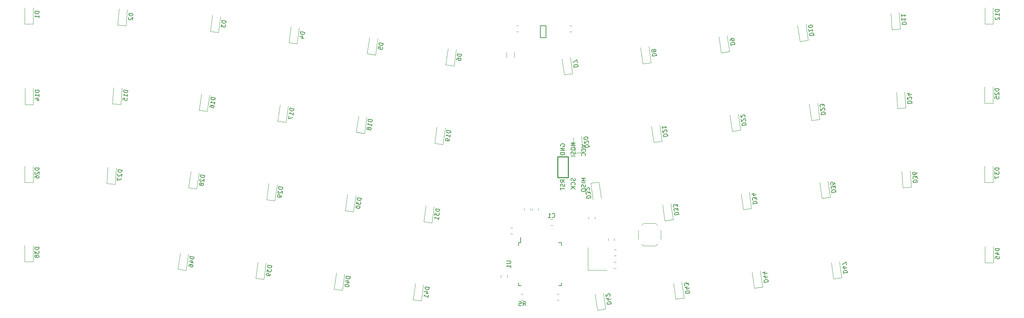
<source format=gbr>
G04 #@! TF.GenerationSoftware,KiCad,Pcbnew,5.1.9-73d0e3b20d~88~ubuntu20.04.1*
G04 #@! TF.CreationDate,2021-04-21T09:56:19-07:00*
G04 #@! TF.ProjectId,test1,74657374-312e-46b6-9963-61645f706362,rev?*
G04 #@! TF.SameCoordinates,Original*
G04 #@! TF.FileFunction,Legend,Bot*
G04 #@! TF.FilePolarity,Positive*
%FSLAX46Y46*%
G04 Gerber Fmt 4.6, Leading zero omitted, Abs format (unit mm)*
G04 Created by KiCad (PCBNEW 5.1.9-73d0e3b20d~88~ubuntu20.04.1) date 2021-04-21 09:56:19*
%MOMM*%
%LPD*%
G01*
G04 APERTURE LIST*
%ADD10C,0.120000*%
%ADD11C,0.150000*%
%ADD12C,0.250000*%
G04 APERTURE END LIST*
D10*
X219953544Y-102409832D02*
X217973007Y-102688178D01*
X217973007Y-102688178D02*
X217430232Y-98826133D01*
X219953544Y-102409832D02*
X219410768Y-98547787D01*
X62399129Y-100665276D02*
X60418592Y-100386930D01*
X60418592Y-100386930D02*
X60961368Y-96524885D01*
X62399129Y-100665276D02*
X62941904Y-96803231D01*
X150480752Y-88444000D02*
X149958248Y-88444000D01*
X150480752Y-89864000D02*
X149958248Y-89864000D01*
X140850252Y-91921000D02*
X140327748Y-91921000D01*
X140850252Y-90451000D02*
X140327748Y-90451000D01*
X151525248Y-106326000D02*
X152047752Y-106326000D01*
X151525248Y-107796000D02*
X152047752Y-107796000D01*
D11*
X142832000Y-94012000D02*
X142832000Y-92737000D01*
X142257000Y-104362000D02*
X142257000Y-103687000D01*
X152607000Y-104362000D02*
X152607000Y-103687000D01*
X152607000Y-94012000D02*
X152607000Y-94687000D01*
X142257000Y-94012000D02*
X142257000Y-94687000D01*
X152607000Y-94012000D02*
X151932000Y-94012000D01*
X152607000Y-104362000D02*
X151932000Y-104362000D01*
X142257000Y-104362000D02*
X142932000Y-104362000D01*
X142257000Y-94012000D02*
X142832000Y-94012000D01*
D10*
X142917936Y-106326000D02*
X143372064Y-106326000D01*
X142917936Y-107796000D02*
X143372064Y-107796000D01*
D11*
X148859000Y-44757000D02*
X147559000Y-44757000D01*
X148859000Y-41857000D02*
X148859000Y-44757000D01*
X147559000Y-41857000D02*
X148859000Y-41857000D01*
X147559000Y-41857000D02*
X147559000Y-44757000D01*
D10*
X163483500Y-100574750D02*
X158983500Y-100574750D01*
X158983500Y-100574750D02*
X158983500Y-95174750D01*
X171079500Y-91035000D02*
X171079500Y-93115000D01*
X175249500Y-94795000D02*
X175739500Y-94305000D01*
X176519500Y-91035000D02*
X176519500Y-93115000D01*
X172349500Y-94795000D02*
X171859500Y-94305000D01*
X172349500Y-94795000D02*
X175249500Y-94795000D01*
X172349500Y-89355000D02*
X171859500Y-89845000D01*
X172349500Y-89355000D02*
X175249500Y-89355000D01*
X175249500Y-89355000D02*
X175739500Y-89845000D01*
X142229064Y-41810000D02*
X141774936Y-41810000D01*
X142229064Y-43280000D02*
X141774936Y-43280000D01*
X154585936Y-43280000D02*
X155040064Y-43280000D01*
X154585936Y-41810000D02*
X155040064Y-41810000D01*
X147039000Y-86221814D02*
X147039000Y-85767686D01*
X145569000Y-86221814D02*
X145569000Y-85767686D01*
X145134000Y-86221814D02*
X145134000Y-85767686D01*
X143664000Y-86221814D02*
X143664000Y-85767686D01*
X160628000Y-88238064D02*
X160628000Y-87783936D01*
X159158000Y-88238064D02*
X159158000Y-87783936D01*
D12*
X151698000Y-78319000D02*
X154198000Y-78319000D01*
X151698000Y-73319000D02*
X151698000Y-78319000D01*
X154198000Y-73319000D02*
X151698000Y-73319000D01*
X154198000Y-78319000D02*
X154198000Y-73319000D01*
D10*
X141245000Y-49497064D02*
X141245000Y-48292936D01*
X139425000Y-49497064D02*
X139425000Y-48292936D01*
X163857000Y-92956748D02*
X163857000Y-93479252D01*
X165327000Y-92956748D02*
X165327000Y-93479252D01*
X139546000Y-102347752D02*
X139546000Y-101825248D01*
X138076000Y-102347752D02*
X138076000Y-101825248D01*
X165198248Y-97159750D02*
X165720752Y-97159750D01*
X165198248Y-95689750D02*
X165720752Y-95689750D01*
X165177748Y-100144250D02*
X165700252Y-100144250D01*
X165177748Y-98674250D02*
X165700252Y-98674250D01*
X256397000Y-98865250D02*
X254397000Y-98865250D01*
X254397000Y-98865250D02*
X254397000Y-94965250D01*
X256397000Y-98865250D02*
X256397000Y-94965250D01*
X200930078Y-104655742D02*
X198949541Y-104934088D01*
X198949541Y-104934088D02*
X198406766Y-101072043D01*
X200930078Y-104655742D02*
X200387302Y-100793697D01*
X182065472Y-107306989D02*
X180084935Y-107585335D01*
X180084935Y-107585335D02*
X179542160Y-103723290D01*
X182065472Y-107306989D02*
X181522696Y-103444944D01*
X163200865Y-109958237D02*
X161220328Y-110236583D01*
X161220328Y-110236583D02*
X160677553Y-106374538D01*
X163200865Y-109958237D02*
X162658089Y-106096192D01*
X118914129Y-107999526D02*
X116933592Y-107721180D01*
X116933592Y-107721180D02*
X117476368Y-103859135D01*
X118914129Y-107999526D02*
X119456904Y-104137481D01*
X99938886Y-105446072D02*
X97958349Y-105167726D01*
X97958349Y-105167726D02*
X98501125Y-101305681D01*
X99938886Y-105446072D02*
X100481661Y-101584027D01*
X81074279Y-102794824D02*
X79093742Y-102516478D01*
X79093742Y-102516478D02*
X79636518Y-98654433D01*
X81074279Y-102794824D02*
X81617054Y-98932779D01*
X25574500Y-98547750D02*
X23574500Y-98547750D01*
X23574500Y-98547750D02*
X23574500Y-94647750D01*
X25574500Y-98547750D02*
X25574500Y-94647750D01*
X256333500Y-79497750D02*
X254333500Y-79497750D01*
X254333500Y-79497750D02*
X254333500Y-75597750D01*
X256333500Y-79497750D02*
X256333500Y-75597750D01*
X236691364Y-80617230D02*
X234696236Y-80756743D01*
X234696236Y-80756743D02*
X234424186Y-76866243D01*
X236691364Y-80617230D02*
X236419314Y-76726730D01*
X217192022Y-83066512D02*
X215211485Y-83344858D01*
X215211485Y-83344858D02*
X214668710Y-79482813D01*
X217192022Y-83066512D02*
X216649246Y-79204467D01*
X198278832Y-85791135D02*
X196298295Y-86069481D01*
X196298295Y-86069481D02*
X195755520Y-82207436D01*
X198278832Y-85791135D02*
X197736056Y-81929090D01*
X179414224Y-88442382D02*
X177433687Y-88720728D01*
X177433687Y-88720728D02*
X176890912Y-84858683D01*
X179414224Y-88442382D02*
X178871448Y-84580337D01*
X159629956Y-79716128D02*
X161610493Y-79437782D01*
X161610493Y-79437782D02*
X162153268Y-83299827D01*
X159629956Y-79716128D02*
X160172732Y-83578173D01*
X121454740Y-89232713D02*
X119474203Y-88954367D01*
X119474203Y-88954367D02*
X120016979Y-85092322D01*
X121454740Y-89232713D02*
X121997515Y-85370668D01*
X102590134Y-86581465D02*
X100609597Y-86303119D01*
X100609597Y-86303119D02*
X101152373Y-82441074D01*
X102590134Y-86581465D02*
X103132909Y-82719420D01*
X83725527Y-83930218D02*
X81744990Y-83651872D01*
X81744990Y-83651872D02*
X82287766Y-79789827D01*
X83725527Y-83930218D02*
X84268302Y-80068173D01*
X64939129Y-81075526D02*
X62958592Y-80797180D01*
X62958592Y-80797180D02*
X63501368Y-76935135D01*
X64939129Y-81075526D02*
X65481904Y-77213481D01*
X45302514Y-79906257D02*
X43307386Y-79766744D01*
X43307386Y-79766744D02*
X43579436Y-75876244D01*
X45302514Y-79906257D02*
X45574564Y-76015757D01*
X25574500Y-79497750D02*
X23574500Y-79497750D01*
X23574500Y-79497750D02*
X23574500Y-75597750D01*
X25574500Y-79497750D02*
X25574500Y-75597750D01*
X256333500Y-60447750D02*
X254333500Y-60447750D01*
X254333500Y-60447750D02*
X254333500Y-56547750D01*
X256333500Y-60447750D02*
X256333500Y-56547750D01*
X235362503Y-61613635D02*
X233367375Y-61753148D01*
X233367375Y-61753148D02*
X233095325Y-57862648D01*
X235362503Y-61613635D02*
X235090453Y-57723135D01*
X214667773Y-64328905D02*
X212687236Y-64607251D01*
X212687236Y-64607251D02*
X212144461Y-60745206D01*
X214667773Y-64328905D02*
X214124997Y-60466860D01*
X195627584Y-66926528D02*
X193647047Y-67204874D01*
X193647047Y-67204874D02*
X193104272Y-63342829D01*
X195627584Y-66926528D02*
X195084808Y-63064483D01*
X176762978Y-69577776D02*
X174782441Y-69856122D01*
X174782441Y-69856122D02*
X174239666Y-65994077D01*
X176762978Y-69577776D02*
X176220202Y-65715731D01*
X157898370Y-72229023D02*
X155917833Y-72507369D01*
X155917833Y-72507369D02*
X155375058Y-68645324D01*
X157898370Y-72229023D02*
X157355594Y-68366978D01*
X124105988Y-70368106D02*
X122125451Y-70089760D01*
X122125451Y-70089760D02*
X122668227Y-66227715D01*
X124105988Y-70368106D02*
X124648763Y-66506061D01*
X105241381Y-67716858D02*
X103260844Y-67438512D01*
X103260844Y-67438512D02*
X103803620Y-63576467D01*
X105241381Y-67716858D02*
X105784156Y-63854813D01*
X86376774Y-65065611D02*
X84396237Y-64787265D01*
X84396237Y-64787265D02*
X84939013Y-60925220D01*
X86376774Y-65065611D02*
X86919549Y-61203566D01*
X67479129Y-62406526D02*
X65498592Y-62128180D01*
X65498592Y-62128180D02*
X66041368Y-58266135D01*
X67479129Y-62406526D02*
X68021904Y-58544481D01*
X46675710Y-60739295D02*
X44680582Y-60599782D01*
X44680582Y-60599782D02*
X44952632Y-56709282D01*
X46675710Y-60739295D02*
X46947760Y-56848795D01*
X25638000Y-60797000D02*
X23638000Y-60797000D01*
X23638000Y-60797000D02*
X23638000Y-56897000D01*
X25638000Y-60797000D02*
X25638000Y-56897000D01*
X256365250Y-41396750D02*
X254365250Y-41396750D01*
X254365250Y-41396750D02*
X254365250Y-37496750D01*
X256365250Y-41396750D02*
X256365250Y-37496750D01*
X234033642Y-42610040D02*
X232038514Y-42749553D01*
X232038514Y-42749553D02*
X231766464Y-38859053D01*
X234033642Y-42610040D02*
X233761592Y-38719540D01*
X211889526Y-45337298D02*
X209908989Y-45615644D01*
X209908989Y-45615644D02*
X209366214Y-41753599D01*
X211889526Y-45337298D02*
X211346750Y-41475253D01*
X192976337Y-48061921D02*
X190995800Y-48340267D01*
X190995800Y-48340267D02*
X190453025Y-44478222D01*
X192976337Y-48061921D02*
X192433561Y-44199876D01*
X174124977Y-50717619D02*
X172144440Y-50995965D01*
X172144440Y-50995965D02*
X171601665Y-47133920D01*
X174124977Y-50717619D02*
X173582201Y-46855574D01*
X155260371Y-53368866D02*
X153279834Y-53647212D01*
X153279834Y-53647212D02*
X152737059Y-49785167D01*
X155260371Y-53368866D02*
X154717595Y-49506821D01*
X126757235Y-51503499D02*
X124776698Y-51225153D01*
X124776698Y-51225153D02*
X125319474Y-47363108D01*
X126757235Y-51503499D02*
X127300010Y-47641454D01*
X107892629Y-48852252D02*
X105912092Y-48573906D01*
X105912092Y-48573906D02*
X106454868Y-44711861D01*
X107892629Y-48852252D02*
X108435404Y-44990207D01*
X89028022Y-46201004D02*
X87047485Y-45922658D01*
X87047485Y-45922658D02*
X87590261Y-42060613D01*
X89028022Y-46201004D02*
X89570797Y-42338959D01*
X70146129Y-43483526D02*
X68165592Y-43205180D01*
X68165592Y-43205180D02*
X68708368Y-39343135D01*
X70146129Y-43483526D02*
X70688904Y-39621481D01*
X47957612Y-41811276D02*
X45962484Y-41671763D01*
X45962484Y-41671763D02*
X46234534Y-37781263D01*
X47957612Y-41811276D02*
X48229662Y-37920776D01*
X25574500Y-41397750D02*
X23574500Y-41397750D01*
X23574500Y-41397750D02*
X23574500Y-37497750D01*
X25574500Y-41397750D02*
X25574500Y-37497750D01*
D11*
X220351689Y-101307983D02*
X221341957Y-101168810D01*
X221308821Y-100933032D01*
X221241783Y-100798192D01*
X221134217Y-100717136D01*
X221033279Y-100683235D01*
X220838029Y-100662588D01*
X220696562Y-100682470D01*
X220514567Y-100756135D01*
X220426883Y-100816545D01*
X220345826Y-100924111D01*
X220318553Y-101072205D01*
X220351689Y-101307983D01*
X220813049Y-99800532D02*
X220152870Y-99893314D01*
X221223430Y-99983292D02*
X220549233Y-100318480D01*
X220463078Y-99705457D01*
X221083493Y-99329741D02*
X220990711Y-98669562D01*
X220060088Y-99233136D01*
X64319510Y-97436836D02*
X63329242Y-97297663D01*
X63296105Y-97533441D01*
X63323379Y-97681536D01*
X63404436Y-97789101D01*
X63492120Y-97849512D01*
X63674115Y-97923176D01*
X63815582Y-97943058D01*
X64010832Y-97922412D01*
X64111770Y-97888511D01*
X64219336Y-97807454D01*
X64286373Y-97672615D01*
X64319510Y-97436836D01*
X63460512Y-98758723D02*
X64120691Y-98851505D01*
X63116404Y-98469927D02*
X63856875Y-98333558D01*
X63770720Y-98946581D01*
X62997877Y-99655444D02*
X63024386Y-99466822D01*
X63084797Y-99379138D01*
X63138580Y-99338610D01*
X63293301Y-99264180D01*
X63488551Y-99243534D01*
X63865796Y-99296552D01*
X63953480Y-99356962D01*
X63994008Y-99410745D01*
X64027909Y-99511684D01*
X64001400Y-99700306D01*
X63940990Y-99787990D01*
X63887207Y-99828519D01*
X63786268Y-99862420D01*
X63550490Y-99829283D01*
X63462806Y-99768873D01*
X63422278Y-99715090D01*
X63388377Y-99614151D01*
X63414886Y-99425529D01*
X63475296Y-99337845D01*
X63529079Y-99297317D01*
X63630018Y-99263416D01*
X150386166Y-87861142D02*
X150433785Y-87908761D01*
X150576642Y-87956380D01*
X150671880Y-87956380D01*
X150814738Y-87908761D01*
X150909976Y-87813523D01*
X150957595Y-87718285D01*
X151005214Y-87527809D01*
X151005214Y-87384952D01*
X150957595Y-87194476D01*
X150909976Y-87099238D01*
X150814738Y-87004000D01*
X150671880Y-86956380D01*
X150576642Y-86956380D01*
X150433785Y-87004000D01*
X150386166Y-87051619D01*
X149433785Y-87956380D02*
X150005214Y-87956380D01*
X149719500Y-87956380D02*
X149719500Y-86956380D01*
X149814738Y-87099238D01*
X149909976Y-87194476D01*
X150005214Y-87242095D01*
X139434380Y-98425095D02*
X140243904Y-98425095D01*
X140339142Y-98472714D01*
X140386761Y-98520333D01*
X140434380Y-98615571D01*
X140434380Y-98806047D01*
X140386761Y-98901285D01*
X140339142Y-98948904D01*
X140243904Y-98996523D01*
X139434380Y-98996523D01*
X140434380Y-99996523D02*
X140434380Y-99425095D01*
X140434380Y-99710809D02*
X139434380Y-99710809D01*
X139577238Y-99615571D01*
X139672476Y-99520333D01*
X139720095Y-99425095D01*
X143311666Y-109163380D02*
X143645000Y-108687190D01*
X143883095Y-109163380D02*
X143883095Y-108163380D01*
X143502142Y-108163380D01*
X143406904Y-108211000D01*
X143359285Y-108258619D01*
X143311666Y-108353857D01*
X143311666Y-108496714D01*
X143359285Y-108591952D01*
X143406904Y-108639571D01*
X143502142Y-108687190D01*
X143883095Y-108687190D01*
X142406904Y-108163380D02*
X142883095Y-108163380D01*
X142930714Y-108639571D01*
X142883095Y-108591952D01*
X142787857Y-108544333D01*
X142549761Y-108544333D01*
X142454523Y-108591952D01*
X142406904Y-108639571D01*
X142359285Y-108734809D01*
X142359285Y-108972904D01*
X142406904Y-109068142D01*
X142454523Y-109115761D01*
X142549761Y-109163380D01*
X142787857Y-109163380D01*
X142883095Y-109115761D01*
X142930714Y-109068142D01*
X158400380Y-78497571D02*
X157400380Y-78497571D01*
X158114666Y-78830904D01*
X157400380Y-79164238D01*
X158400380Y-79164238D01*
X158400380Y-79640428D02*
X157400380Y-79640428D01*
X158352761Y-80069000D02*
X158400380Y-80211857D01*
X158400380Y-80449952D01*
X158352761Y-80545190D01*
X158305142Y-80592809D01*
X158209904Y-80640428D01*
X158114666Y-80640428D01*
X158019428Y-80592809D01*
X157971809Y-80545190D01*
X157924190Y-80449952D01*
X157876571Y-80259476D01*
X157828952Y-80164238D01*
X157781333Y-80116619D01*
X157686095Y-80069000D01*
X157590857Y-80069000D01*
X157495619Y-80116619D01*
X157448000Y-80164238D01*
X157400380Y-80259476D01*
X157400380Y-80497571D01*
X157448000Y-80640428D01*
X157400380Y-81259476D02*
X157400380Y-81449952D01*
X157448000Y-81545190D01*
X157543238Y-81640428D01*
X157733714Y-81688047D01*
X158067047Y-81688047D01*
X158257523Y-81640428D01*
X158352761Y-81545190D01*
X158400380Y-81449952D01*
X158400380Y-81259476D01*
X158352761Y-81164238D01*
X158257523Y-81069000D01*
X158067047Y-81021380D01*
X157733714Y-81021380D01*
X157543238Y-81069000D01*
X157448000Y-81164238D01*
X157400380Y-81259476D01*
X157400380Y-70485666D02*
X158400380Y-70819000D01*
X157400380Y-71152333D01*
X158305142Y-72057095D02*
X158352761Y-72009476D01*
X158400380Y-71866619D01*
X158400380Y-71771380D01*
X158352761Y-71628523D01*
X158257523Y-71533285D01*
X158162285Y-71485666D01*
X157971809Y-71438047D01*
X157828952Y-71438047D01*
X157638476Y-71485666D01*
X157543238Y-71533285D01*
X157448000Y-71628523D01*
X157400380Y-71771380D01*
X157400380Y-71866619D01*
X157448000Y-72009476D01*
X157495619Y-72057095D01*
X158305142Y-73057095D02*
X158352761Y-73009476D01*
X158400380Y-72866619D01*
X158400380Y-72771380D01*
X158352761Y-72628523D01*
X158257523Y-72533285D01*
X158162285Y-72485666D01*
X157971809Y-72438047D01*
X157828952Y-72438047D01*
X157638476Y-72485666D01*
X157543238Y-72533285D01*
X157448000Y-72628523D01*
X157400380Y-72771380D01*
X157400380Y-72866619D01*
X157448000Y-73009476D01*
X157495619Y-73057095D01*
X155852761Y-78533285D02*
X155900380Y-78676142D01*
X155900380Y-78914238D01*
X155852761Y-79009476D01*
X155805142Y-79057095D01*
X155709904Y-79104714D01*
X155614666Y-79104714D01*
X155519428Y-79057095D01*
X155471809Y-79009476D01*
X155424190Y-78914238D01*
X155376571Y-78723761D01*
X155328952Y-78628523D01*
X155281333Y-78580904D01*
X155186095Y-78533285D01*
X155090857Y-78533285D01*
X154995619Y-78580904D01*
X154948000Y-78628523D01*
X154900380Y-78723761D01*
X154900380Y-78961857D01*
X154948000Y-79104714D01*
X155805142Y-80104714D02*
X155852761Y-80057095D01*
X155900380Y-79914238D01*
X155900380Y-79819000D01*
X155852761Y-79676142D01*
X155757523Y-79580904D01*
X155662285Y-79533285D01*
X155471809Y-79485666D01*
X155328952Y-79485666D01*
X155138476Y-79533285D01*
X155043238Y-79580904D01*
X154948000Y-79676142D01*
X154900380Y-79819000D01*
X154900380Y-79914238D01*
X154948000Y-80057095D01*
X154995619Y-80104714D01*
X155900380Y-80533285D02*
X154900380Y-80533285D01*
X155900380Y-81104714D02*
X155328952Y-80676142D01*
X154900380Y-81104714D02*
X155471809Y-80533285D01*
X155900380Y-69997571D02*
X154900380Y-69997571D01*
X155614666Y-70330904D01*
X154900380Y-70664238D01*
X155900380Y-70664238D01*
X154900380Y-71330904D02*
X154900380Y-71521380D01*
X154948000Y-71616619D01*
X155043238Y-71711857D01*
X155233714Y-71759476D01*
X155567047Y-71759476D01*
X155757523Y-71711857D01*
X155852761Y-71616619D01*
X155900380Y-71521380D01*
X155900380Y-71330904D01*
X155852761Y-71235666D01*
X155757523Y-71140428D01*
X155567047Y-71092809D01*
X155233714Y-71092809D01*
X155043238Y-71140428D01*
X154948000Y-71235666D01*
X154900380Y-71330904D01*
X155852761Y-72140428D02*
X155900380Y-72283285D01*
X155900380Y-72521380D01*
X155852761Y-72616619D01*
X155805142Y-72664238D01*
X155709904Y-72711857D01*
X155614666Y-72711857D01*
X155519428Y-72664238D01*
X155471809Y-72616619D01*
X155424190Y-72521380D01*
X155376571Y-72330904D01*
X155328952Y-72235666D01*
X155281333Y-72188047D01*
X155186095Y-72140428D01*
X155090857Y-72140428D01*
X154995619Y-72188047D01*
X154948000Y-72235666D01*
X154900380Y-72330904D01*
X154900380Y-72569000D01*
X154948000Y-72711857D01*
X155900380Y-73140428D02*
X154900380Y-73140428D01*
X153400380Y-79521380D02*
X152924190Y-79188047D01*
X153400380Y-78949952D02*
X152400380Y-78949952D01*
X152400380Y-79330904D01*
X152448000Y-79426142D01*
X152495619Y-79473761D01*
X152590857Y-79521380D01*
X152733714Y-79521380D01*
X152828952Y-79473761D01*
X152876571Y-79426142D01*
X152924190Y-79330904D01*
X152924190Y-78949952D01*
X153352761Y-79902333D02*
X153400380Y-80045190D01*
X153400380Y-80283285D01*
X153352761Y-80378523D01*
X153305142Y-80426142D01*
X153209904Y-80473761D01*
X153114666Y-80473761D01*
X153019428Y-80426142D01*
X152971809Y-80378523D01*
X152924190Y-80283285D01*
X152876571Y-80092809D01*
X152828952Y-79997571D01*
X152781333Y-79949952D01*
X152686095Y-79902333D01*
X152590857Y-79902333D01*
X152495619Y-79949952D01*
X152448000Y-79997571D01*
X152400380Y-80092809D01*
X152400380Y-80330904D01*
X152448000Y-80473761D01*
X152400380Y-80759476D02*
X152400380Y-81330904D01*
X153400380Y-81045190D02*
X152400380Y-81045190D01*
X152448000Y-70807095D02*
X152400380Y-70711857D01*
X152400380Y-70569000D01*
X152448000Y-70426142D01*
X152543238Y-70330904D01*
X152638476Y-70283285D01*
X152828952Y-70235666D01*
X152971809Y-70235666D01*
X153162285Y-70283285D01*
X153257523Y-70330904D01*
X153352761Y-70426142D01*
X153400380Y-70569000D01*
X153400380Y-70664238D01*
X153352761Y-70807095D01*
X153305142Y-70854714D01*
X152971809Y-70854714D01*
X152971809Y-70664238D01*
X153400380Y-71283285D02*
X152400380Y-71283285D01*
X153400380Y-71854714D01*
X152400380Y-71854714D01*
X153400380Y-72330904D02*
X152400380Y-72330904D01*
X152400380Y-72569000D01*
X152448000Y-72711857D01*
X152543238Y-72807095D01*
X152638476Y-72854714D01*
X152828952Y-72902333D01*
X152971809Y-72902333D01*
X153162285Y-72854714D01*
X153257523Y-72807095D01*
X153352761Y-72711857D01*
X153400380Y-72569000D01*
X153400380Y-72330904D01*
X257849380Y-95400964D02*
X256849380Y-95400964D01*
X256849380Y-95639059D01*
X256897000Y-95781916D01*
X256992238Y-95877154D01*
X257087476Y-95924773D01*
X257277952Y-95972392D01*
X257420809Y-95972392D01*
X257611285Y-95924773D01*
X257706523Y-95877154D01*
X257801761Y-95781916D01*
X257849380Y-95639059D01*
X257849380Y-95400964D01*
X257182714Y-96829535D02*
X257849380Y-96829535D01*
X256801761Y-96591440D02*
X257516047Y-96353345D01*
X257516047Y-96972392D01*
X256849380Y-97829535D02*
X256849380Y-97353345D01*
X257325571Y-97305726D01*
X257277952Y-97353345D01*
X257230333Y-97448583D01*
X257230333Y-97686678D01*
X257277952Y-97781916D01*
X257325571Y-97829535D01*
X257420809Y-97877154D01*
X257658904Y-97877154D01*
X257754142Y-97829535D01*
X257801761Y-97781916D01*
X257849380Y-97686678D01*
X257849380Y-97448583D01*
X257801761Y-97353345D01*
X257754142Y-97305726D01*
X201328223Y-103553893D02*
X202318491Y-103414720D01*
X202285355Y-103178942D01*
X202218317Y-103044102D01*
X202110751Y-102963046D01*
X202009813Y-102929145D01*
X201814563Y-102908498D01*
X201673096Y-102928380D01*
X201491101Y-103002045D01*
X201403417Y-103062455D01*
X201322360Y-103170021D01*
X201295087Y-103318115D01*
X201328223Y-103553893D01*
X201789583Y-102046442D02*
X201129404Y-102139224D01*
X202199964Y-102229202D02*
X201525767Y-102564390D01*
X201439612Y-101951367D01*
X201657037Y-101103330D02*
X200996858Y-101196112D01*
X202067419Y-101286090D02*
X201393221Y-101621277D01*
X201307066Y-101008254D01*
X182463617Y-106205140D02*
X183453885Y-106065967D01*
X183420749Y-105830189D01*
X183353711Y-105695349D01*
X183246145Y-105614293D01*
X183145207Y-105580392D01*
X182949957Y-105559745D01*
X182808490Y-105579627D01*
X182626495Y-105653292D01*
X182538811Y-105713702D01*
X182457754Y-105821268D01*
X182430481Y-105969362D01*
X182463617Y-106205140D01*
X182924977Y-104697689D02*
X182264798Y-104790471D01*
X183335358Y-104880449D02*
X182661161Y-105215637D01*
X182575006Y-104602614D01*
X183195421Y-104226898D02*
X183109266Y-103613875D01*
X182778412Y-103996982D01*
X182758530Y-103855515D01*
X182698120Y-103767832D01*
X182644337Y-103727303D01*
X182543398Y-103693402D01*
X182307620Y-103726539D01*
X182219936Y-103786949D01*
X182179408Y-103840732D01*
X182145507Y-103941670D01*
X182185271Y-104224604D01*
X182245681Y-104312288D01*
X182299464Y-104352816D01*
X163599010Y-108856388D02*
X164589278Y-108717215D01*
X164556142Y-108481437D01*
X164489104Y-108346597D01*
X164381538Y-108265541D01*
X164280600Y-108231640D01*
X164085350Y-108210993D01*
X163943883Y-108230875D01*
X163761888Y-108304540D01*
X163674204Y-108364950D01*
X163593147Y-108472516D01*
X163565874Y-108620610D01*
X163599010Y-108856388D01*
X164060370Y-107348937D02*
X163400191Y-107441719D01*
X164470751Y-107531697D02*
X163796554Y-107866885D01*
X163710399Y-107253862D01*
X164229875Y-106844245D02*
X164270404Y-106790462D01*
X164304305Y-106689523D01*
X164271168Y-106453745D01*
X164210758Y-106366061D01*
X164156975Y-106325533D01*
X164056036Y-106291632D01*
X163961725Y-106304886D01*
X163826886Y-106371924D01*
X163340546Y-107017319D01*
X163254391Y-106404296D01*
X120834510Y-104771086D02*
X119844242Y-104631913D01*
X119811105Y-104867691D01*
X119838379Y-105015786D01*
X119919436Y-105123351D01*
X120007120Y-105183762D01*
X120189115Y-105257426D01*
X120330582Y-105277308D01*
X120525832Y-105256662D01*
X120626770Y-105222761D01*
X120734336Y-105141704D01*
X120801373Y-105006865D01*
X120834510Y-104771086D01*
X119975512Y-106092973D02*
X120635691Y-106185755D01*
X119631404Y-105804177D02*
X120371875Y-105667808D01*
X120285720Y-106280831D01*
X120489891Y-107223179D02*
X120569418Y-106657311D01*
X120529654Y-106940245D02*
X119539386Y-106801072D01*
X119694108Y-106726643D01*
X119801674Y-106645586D01*
X119862084Y-106557902D01*
X101859267Y-102217632D02*
X100868999Y-102078459D01*
X100835862Y-102314237D01*
X100863136Y-102462332D01*
X100944193Y-102569897D01*
X101031877Y-102630308D01*
X101213872Y-102703972D01*
X101355339Y-102723854D01*
X101550589Y-102703208D01*
X101651527Y-102669307D01*
X101759093Y-102588250D01*
X101826130Y-102453411D01*
X101859267Y-102217632D01*
X101000269Y-103539519D02*
X101660448Y-103632301D01*
X100656161Y-103250723D02*
X101396632Y-103114354D01*
X101310477Y-103727377D01*
X100570771Y-104200462D02*
X100557516Y-104294774D01*
X100591417Y-104395712D01*
X100631945Y-104449495D01*
X100719629Y-104509905D01*
X100901625Y-104583570D01*
X101137403Y-104616706D01*
X101332653Y-104596060D01*
X101433591Y-104562159D01*
X101487374Y-104521631D01*
X101547784Y-104433947D01*
X101561039Y-104339635D01*
X101527138Y-104238697D01*
X101486609Y-104184914D01*
X101398925Y-104124504D01*
X101216930Y-104050839D01*
X100981152Y-104017703D01*
X100785902Y-104038349D01*
X100684964Y-104072250D01*
X100631181Y-104112778D01*
X100570771Y-104200462D01*
X82994660Y-99566384D02*
X82004392Y-99427211D01*
X81971255Y-99662989D01*
X81998529Y-99811084D01*
X82079586Y-99918649D01*
X82167270Y-99979060D01*
X82349265Y-100052724D01*
X82490732Y-100072606D01*
X82685982Y-100051960D01*
X82786920Y-100018059D01*
X82894486Y-99937002D01*
X82961523Y-99802163D01*
X82994660Y-99566384D01*
X81878473Y-100323168D02*
X81792318Y-100936191D01*
X82215954Y-100659120D01*
X82196073Y-100800587D01*
X82229974Y-100901526D01*
X82270502Y-100955308D01*
X82358186Y-101015719D01*
X82593964Y-101048855D01*
X82694903Y-101014954D01*
X82748685Y-100974426D01*
X82809096Y-100886742D01*
X82848859Y-100603808D01*
X82814958Y-100502870D01*
X82774430Y-100449087D01*
X82716314Y-101546921D02*
X82689804Y-101735543D01*
X82629394Y-101823227D01*
X82575611Y-101863755D01*
X82420890Y-101938185D01*
X82225640Y-101958831D01*
X81848395Y-101905813D01*
X81760711Y-101845403D01*
X81720183Y-101791620D01*
X81686282Y-101690681D01*
X81712791Y-101502059D01*
X81773201Y-101414375D01*
X81826984Y-101373846D01*
X81927923Y-101339945D01*
X82163701Y-101373082D01*
X82251385Y-101433492D01*
X82291913Y-101487275D01*
X82325814Y-101588213D01*
X82299305Y-101776836D01*
X82238895Y-101864520D01*
X82185112Y-101905048D01*
X82084173Y-101938949D01*
X27026880Y-95083464D02*
X26026880Y-95083464D01*
X26026880Y-95321559D01*
X26074500Y-95464416D01*
X26169738Y-95559654D01*
X26264976Y-95607273D01*
X26455452Y-95654892D01*
X26598309Y-95654892D01*
X26788785Y-95607273D01*
X26884023Y-95559654D01*
X26979261Y-95464416D01*
X27026880Y-95321559D01*
X27026880Y-95083464D01*
X26026880Y-95988226D02*
X26026880Y-96607273D01*
X26407833Y-96273940D01*
X26407833Y-96416797D01*
X26455452Y-96512035D01*
X26503071Y-96559654D01*
X26598309Y-96607273D01*
X26836404Y-96607273D01*
X26931642Y-96559654D01*
X26979261Y-96512035D01*
X27026880Y-96416797D01*
X27026880Y-96131083D01*
X26979261Y-96035845D01*
X26931642Y-95988226D01*
X26455452Y-97178702D02*
X26407833Y-97083464D01*
X26360214Y-97035845D01*
X26264976Y-96988226D01*
X26217357Y-96988226D01*
X26122119Y-97035845D01*
X26074500Y-97083464D01*
X26026880Y-97178702D01*
X26026880Y-97369178D01*
X26074500Y-97464416D01*
X26122119Y-97512035D01*
X26217357Y-97559654D01*
X26264976Y-97559654D01*
X26360214Y-97512035D01*
X26407833Y-97464416D01*
X26455452Y-97369178D01*
X26455452Y-97178702D01*
X26503071Y-97083464D01*
X26550690Y-97035845D01*
X26645928Y-96988226D01*
X26836404Y-96988226D01*
X26931642Y-97035845D01*
X26979261Y-97083464D01*
X27026880Y-97178702D01*
X27026880Y-97369178D01*
X26979261Y-97464416D01*
X26931642Y-97512035D01*
X26836404Y-97559654D01*
X26645928Y-97559654D01*
X26550690Y-97512035D01*
X26503071Y-97464416D01*
X26455452Y-97369178D01*
X257785880Y-76033464D02*
X256785880Y-76033464D01*
X256785880Y-76271559D01*
X256833500Y-76414416D01*
X256928738Y-76509654D01*
X257023976Y-76557273D01*
X257214452Y-76604892D01*
X257357309Y-76604892D01*
X257547785Y-76557273D01*
X257643023Y-76509654D01*
X257738261Y-76414416D01*
X257785880Y-76271559D01*
X257785880Y-76033464D01*
X256785880Y-76938226D02*
X256785880Y-77557273D01*
X257166833Y-77223940D01*
X257166833Y-77366797D01*
X257214452Y-77462035D01*
X257262071Y-77509654D01*
X257357309Y-77557273D01*
X257595404Y-77557273D01*
X257690642Y-77509654D01*
X257738261Y-77462035D01*
X257785880Y-77366797D01*
X257785880Y-77081083D01*
X257738261Y-76985845D01*
X257690642Y-76938226D01*
X256785880Y-77890607D02*
X256785880Y-78557273D01*
X257785880Y-78128702D01*
X237165401Y-79545838D02*
X238162965Y-79476081D01*
X238146356Y-79238566D01*
X238088888Y-79099379D01*
X237987238Y-79011016D01*
X237888911Y-78970156D01*
X237695577Y-78935940D01*
X237553067Y-78945906D01*
X237366377Y-79006696D01*
X237274693Y-79060842D01*
X237186330Y-79162492D01*
X237148792Y-79308323D01*
X237165401Y-79545838D01*
X238099852Y-78573523D02*
X238056669Y-77955984D01*
X237699897Y-78315079D01*
X237689932Y-78172570D01*
X237635785Y-78080885D01*
X237584961Y-78036704D01*
X237486633Y-77995845D01*
X237249117Y-78012453D01*
X237157433Y-78066600D01*
X237113252Y-78117425D01*
X237072392Y-78215752D01*
X237092323Y-78500771D01*
X237146469Y-78592455D01*
X237197294Y-78636636D01*
X237996878Y-77100929D02*
X238010165Y-77290941D01*
X237969305Y-77389269D01*
X237925124Y-77440094D01*
X237789258Y-77545065D01*
X237602568Y-77605855D01*
X237222544Y-77632429D01*
X237124216Y-77591569D01*
X237073391Y-77547388D01*
X237019244Y-77455704D01*
X237005957Y-77265691D01*
X237046817Y-77167364D01*
X237090998Y-77116539D01*
X237182683Y-77062392D01*
X237420198Y-77045784D01*
X237518526Y-77086643D01*
X237569351Y-77130824D01*
X237623497Y-77222509D01*
X237636784Y-77412521D01*
X237595924Y-77510849D01*
X237551743Y-77561674D01*
X237460059Y-77615820D01*
X217590167Y-81964663D02*
X218580435Y-81825490D01*
X218547299Y-81589712D01*
X218480261Y-81454872D01*
X218372695Y-81373816D01*
X218271757Y-81339915D01*
X218076507Y-81319268D01*
X217935040Y-81339150D01*
X217753045Y-81412815D01*
X217665361Y-81473225D01*
X217584304Y-81580791D01*
X217557031Y-81728885D01*
X217590167Y-81964663D01*
X218454517Y-80929533D02*
X218368362Y-80316510D01*
X218037508Y-80699618D01*
X218017626Y-80558151D01*
X217957216Y-80470467D01*
X217903433Y-80429939D01*
X217802494Y-80396038D01*
X217566716Y-80429174D01*
X217479032Y-80489584D01*
X217438504Y-80543367D01*
X217404603Y-80644306D01*
X217444367Y-80927239D01*
X217504777Y-81014923D01*
X217558560Y-81055452D01*
X218242443Y-79420553D02*
X218308716Y-79892110D01*
X217843787Y-80005538D01*
X217884316Y-79951755D01*
X217918217Y-79850817D01*
X217885080Y-79615038D01*
X217824670Y-79527355D01*
X217770887Y-79486826D01*
X217669948Y-79452925D01*
X217434170Y-79486062D01*
X217346486Y-79546472D01*
X217305958Y-79600255D01*
X217272057Y-79701193D01*
X217305194Y-79936971D01*
X217365604Y-80024655D01*
X217419387Y-80065184D01*
X198676977Y-84689286D02*
X199667245Y-84550113D01*
X199634109Y-84314335D01*
X199567071Y-84179495D01*
X199459505Y-84098439D01*
X199358567Y-84064538D01*
X199163317Y-84043891D01*
X199021850Y-84063773D01*
X198839855Y-84137438D01*
X198752171Y-84197848D01*
X198671114Y-84305414D01*
X198643841Y-84453508D01*
X198676977Y-84689286D01*
X199541327Y-83654156D02*
X199455172Y-83041133D01*
X199124318Y-83424241D01*
X199104436Y-83282774D01*
X199044026Y-83195090D01*
X198990243Y-83154562D01*
X198889304Y-83120661D01*
X198653526Y-83153797D01*
X198565842Y-83214207D01*
X198525314Y-83267990D01*
X198491413Y-83368929D01*
X198531177Y-83651862D01*
X198591587Y-83739546D01*
X198645370Y-83780075D01*
X199005791Y-82238723D02*
X198345612Y-82331505D01*
X199416173Y-82421483D02*
X198741975Y-82756670D01*
X198655820Y-82143647D01*
X179812369Y-87340533D02*
X180802637Y-87201360D01*
X180769501Y-86965582D01*
X180702463Y-86830742D01*
X180594897Y-86749686D01*
X180493959Y-86715785D01*
X180298709Y-86695138D01*
X180157242Y-86715020D01*
X179975247Y-86788685D01*
X179887563Y-86849095D01*
X179806506Y-86956661D01*
X179779233Y-87104755D01*
X179812369Y-87340533D01*
X180676719Y-86305403D02*
X180590564Y-85692380D01*
X180259710Y-86075488D01*
X180239828Y-85934021D01*
X180179418Y-85846337D01*
X180125635Y-85805809D01*
X180024696Y-85771908D01*
X179788918Y-85805044D01*
X179701234Y-85865454D01*
X179660706Y-85919237D01*
X179626805Y-86020176D01*
X179666569Y-86303109D01*
X179726979Y-86390793D01*
X179780762Y-86431322D01*
X180544173Y-85362291D02*
X180458018Y-84749268D01*
X180127164Y-85132375D01*
X180107282Y-84990908D01*
X180046872Y-84903225D01*
X179993089Y-84862696D01*
X179892150Y-84828795D01*
X179656372Y-84861932D01*
X179568688Y-84922342D01*
X179528160Y-84976125D01*
X179494259Y-85077063D01*
X179534023Y-85359997D01*
X179594433Y-85447681D01*
X179648216Y-85488209D01*
X158673845Y-83348831D02*
X159664113Y-83209658D01*
X159630977Y-82973880D01*
X159563939Y-82839040D01*
X159456373Y-82757984D01*
X159355435Y-82724083D01*
X159160185Y-82703436D01*
X159018718Y-82723318D01*
X158836723Y-82796983D01*
X158749039Y-82857393D01*
X158667982Y-82964959D01*
X158640709Y-83113053D01*
X158673845Y-83348831D01*
X159538195Y-82313701D02*
X159452040Y-81700678D01*
X159121186Y-82083786D01*
X159101304Y-81942319D01*
X159040894Y-81854635D01*
X158987111Y-81814107D01*
X158886172Y-81780206D01*
X158650394Y-81813342D01*
X158562710Y-81873752D01*
X158522182Y-81927535D01*
X158488281Y-82028474D01*
X158528045Y-82311407D01*
X158588455Y-82399091D01*
X158642238Y-82439620D01*
X159304710Y-81336688D02*
X159345239Y-81282905D01*
X159379140Y-81181966D01*
X159346003Y-80946188D01*
X159285593Y-80858504D01*
X159231810Y-80817976D01*
X159130871Y-80784075D01*
X159036560Y-80797329D01*
X158901721Y-80864367D01*
X158415381Y-81509762D01*
X158329226Y-80896739D01*
X123375121Y-86004273D02*
X122384853Y-85865100D01*
X122351716Y-86100878D01*
X122378990Y-86248973D01*
X122460047Y-86356538D01*
X122547731Y-86416949D01*
X122729726Y-86490613D01*
X122871193Y-86510495D01*
X123066443Y-86489849D01*
X123167381Y-86455948D01*
X123274947Y-86374891D01*
X123341984Y-86240052D01*
X123375121Y-86004273D01*
X122258934Y-86761057D02*
X122172779Y-87374080D01*
X122596415Y-87097009D01*
X122576534Y-87238476D01*
X122610435Y-87339415D01*
X122650963Y-87393197D01*
X122738647Y-87453608D01*
X122974425Y-87486744D01*
X123075364Y-87452843D01*
X123129146Y-87412315D01*
X123189557Y-87324631D01*
X123229320Y-87041697D01*
X123195419Y-86940759D01*
X123154891Y-86886976D01*
X123030502Y-88456366D02*
X123110029Y-87890498D01*
X123070265Y-88173432D02*
X122079997Y-88034259D01*
X122234719Y-87959830D01*
X122342285Y-87878773D01*
X122402695Y-87791089D01*
X104510515Y-83353025D02*
X103520247Y-83213852D01*
X103487110Y-83449630D01*
X103514384Y-83597725D01*
X103595441Y-83705290D01*
X103683125Y-83765701D01*
X103865120Y-83839365D01*
X104006587Y-83859247D01*
X104201837Y-83838601D01*
X104302775Y-83804700D01*
X104410341Y-83723643D01*
X104477378Y-83588804D01*
X104510515Y-83353025D01*
X103394328Y-84109809D02*
X103308173Y-84722832D01*
X103731809Y-84445761D01*
X103711928Y-84587228D01*
X103745829Y-84688167D01*
X103786357Y-84741949D01*
X103874041Y-84802360D01*
X104109819Y-84835496D01*
X104210758Y-84801595D01*
X104264540Y-84761067D01*
X104324951Y-84673383D01*
X104364714Y-84390449D01*
X104330813Y-84289511D01*
X104290285Y-84235728D01*
X103222019Y-85335855D02*
X103208764Y-85430167D01*
X103242665Y-85531105D01*
X103283193Y-85584888D01*
X103370877Y-85645298D01*
X103552873Y-85718963D01*
X103788651Y-85752099D01*
X103983901Y-85731453D01*
X104084839Y-85697552D01*
X104138622Y-85657024D01*
X104199032Y-85569340D01*
X104212287Y-85475028D01*
X104178386Y-85374090D01*
X104137857Y-85320307D01*
X104050173Y-85259897D01*
X103868178Y-85186232D01*
X103632400Y-85153096D01*
X103437150Y-85173742D01*
X103336212Y-85207643D01*
X103282429Y-85248171D01*
X103222019Y-85335855D01*
X85645908Y-80701778D02*
X84655640Y-80562605D01*
X84622503Y-80798383D01*
X84649777Y-80946478D01*
X84730834Y-81054043D01*
X84818518Y-81114454D01*
X85000513Y-81188118D01*
X85141980Y-81208000D01*
X85337230Y-81187354D01*
X85438168Y-81153453D01*
X85545734Y-81072396D01*
X85612771Y-80937557D01*
X85645908Y-80701778D01*
X84617405Y-81518972D02*
X84563622Y-81559501D01*
X84503212Y-81647185D01*
X84470076Y-81882963D01*
X84503977Y-81983901D01*
X84544505Y-82037684D01*
X84632189Y-82098094D01*
X84726500Y-82111349D01*
X84874594Y-82084075D01*
X85519989Y-81597735D01*
X85433835Y-82210758D01*
X85367562Y-82682315D02*
X85341052Y-82870937D01*
X85280642Y-82958621D01*
X85226859Y-82999149D01*
X85072138Y-83073579D01*
X84876888Y-83094225D01*
X84499643Y-83041207D01*
X84411959Y-82980797D01*
X84371431Y-82927014D01*
X84337530Y-82826075D01*
X84364039Y-82637453D01*
X84424449Y-82549769D01*
X84478232Y-82509240D01*
X84579171Y-82475339D01*
X84814949Y-82508476D01*
X84902633Y-82568886D01*
X84943161Y-82622669D01*
X84977062Y-82723607D01*
X84950553Y-82912230D01*
X84890143Y-82999914D01*
X84836360Y-83040442D01*
X84735421Y-83074343D01*
X66859510Y-77847086D02*
X65869242Y-77707913D01*
X65836105Y-77943691D01*
X65863379Y-78091786D01*
X65944436Y-78199351D01*
X66032120Y-78259762D01*
X66214115Y-78333426D01*
X66355582Y-78353308D01*
X66550832Y-78332662D01*
X66651770Y-78298761D01*
X66759336Y-78217704D01*
X66826373Y-78082865D01*
X66859510Y-77847086D01*
X65831007Y-78664280D02*
X65777224Y-78704809D01*
X65716814Y-78792493D01*
X65683678Y-79028271D01*
X65717579Y-79129209D01*
X65758107Y-79182992D01*
X65845791Y-79243402D01*
X65940102Y-79256657D01*
X66088196Y-79229383D01*
X66733591Y-78743043D01*
X66647437Y-79356066D01*
X66002042Y-79842406D02*
X65968141Y-79741468D01*
X65927612Y-79687685D01*
X65839928Y-79627275D01*
X65792773Y-79620647D01*
X65691834Y-79654548D01*
X65638051Y-79695077D01*
X65577641Y-79782761D01*
X65551132Y-79971383D01*
X65585033Y-80072322D01*
X65625561Y-80126105D01*
X65713245Y-80186515D01*
X65760401Y-80193142D01*
X65861339Y-80159241D01*
X65915122Y-80118713D01*
X65975532Y-80031029D01*
X66002042Y-79842406D01*
X66062452Y-79754722D01*
X66116235Y-79714194D01*
X66217173Y-79680293D01*
X66405796Y-79706802D01*
X66493480Y-79767212D01*
X66534008Y-79820995D01*
X66567909Y-79921934D01*
X66541400Y-80110556D01*
X66480990Y-80198240D01*
X66427207Y-80238769D01*
X66326268Y-80272670D01*
X66137646Y-80246160D01*
X66049962Y-80185750D01*
X66009433Y-80131967D01*
X65975532Y-80031029D01*
X46993013Y-76551722D02*
X45995449Y-76481966D01*
X45978840Y-76719481D01*
X46016378Y-76865312D01*
X46104740Y-76966961D01*
X46196425Y-77021108D01*
X46383115Y-77081898D01*
X46525624Y-77091863D01*
X46718958Y-77057647D01*
X46817286Y-77016788D01*
X46918936Y-76928425D01*
X46976404Y-76789237D01*
X46993013Y-76551722D01*
X46024020Y-77438670D02*
X45973195Y-77482852D01*
X45919049Y-77574536D01*
X45902440Y-77812051D01*
X45943300Y-77910379D01*
X45987481Y-77961204D01*
X46079165Y-78015350D01*
X46174171Y-78021994D01*
X46320002Y-77984456D01*
X46929900Y-77454280D01*
X46886717Y-78071820D01*
X45865901Y-78334585D02*
X45819397Y-78999627D01*
X46846856Y-78641856D01*
X27026880Y-76033464D02*
X26026880Y-76033464D01*
X26026880Y-76271559D01*
X26074500Y-76414416D01*
X26169738Y-76509654D01*
X26264976Y-76557273D01*
X26455452Y-76604892D01*
X26598309Y-76604892D01*
X26788785Y-76557273D01*
X26884023Y-76509654D01*
X26979261Y-76414416D01*
X27026880Y-76271559D01*
X27026880Y-76033464D01*
X26122119Y-76985845D02*
X26074500Y-77033464D01*
X26026880Y-77128702D01*
X26026880Y-77366797D01*
X26074500Y-77462035D01*
X26122119Y-77509654D01*
X26217357Y-77557273D01*
X26312595Y-77557273D01*
X26455452Y-77509654D01*
X27026880Y-76938226D01*
X27026880Y-77557273D01*
X26026880Y-78414416D02*
X26026880Y-78223940D01*
X26074500Y-78128702D01*
X26122119Y-78081083D01*
X26264976Y-77985845D01*
X26455452Y-77938226D01*
X26836404Y-77938226D01*
X26931642Y-77985845D01*
X26979261Y-78033464D01*
X27026880Y-78128702D01*
X27026880Y-78319178D01*
X26979261Y-78414416D01*
X26931642Y-78462035D01*
X26836404Y-78509654D01*
X26598309Y-78509654D01*
X26503071Y-78462035D01*
X26455452Y-78414416D01*
X26407833Y-78319178D01*
X26407833Y-78128702D01*
X26455452Y-78033464D01*
X26503071Y-77985845D01*
X26598309Y-77938226D01*
X257785880Y-56983464D02*
X256785880Y-56983464D01*
X256785880Y-57221559D01*
X256833500Y-57364416D01*
X256928738Y-57459654D01*
X257023976Y-57507273D01*
X257214452Y-57554892D01*
X257357309Y-57554892D01*
X257547785Y-57507273D01*
X257643023Y-57459654D01*
X257738261Y-57364416D01*
X257785880Y-57221559D01*
X257785880Y-56983464D01*
X256881119Y-57935845D02*
X256833500Y-57983464D01*
X256785880Y-58078702D01*
X256785880Y-58316797D01*
X256833500Y-58412035D01*
X256881119Y-58459654D01*
X256976357Y-58507273D01*
X257071595Y-58507273D01*
X257214452Y-58459654D01*
X257785880Y-57888226D01*
X257785880Y-58507273D01*
X256785880Y-59412035D02*
X256785880Y-58935845D01*
X257262071Y-58888226D01*
X257214452Y-58935845D01*
X257166833Y-59031083D01*
X257166833Y-59269178D01*
X257214452Y-59364416D01*
X257262071Y-59412035D01*
X257357309Y-59459654D01*
X257595404Y-59459654D01*
X257690642Y-59412035D01*
X257738261Y-59364416D01*
X257785880Y-59269178D01*
X257785880Y-59031083D01*
X257738261Y-58935845D01*
X257690642Y-58888226D01*
X235836540Y-60542243D02*
X236834104Y-60472486D01*
X236817495Y-60234971D01*
X236760027Y-60095784D01*
X236658377Y-60007421D01*
X236560050Y-59966561D01*
X236366716Y-59932345D01*
X236224206Y-59942311D01*
X236037516Y-60003101D01*
X235945832Y-60057247D01*
X235857469Y-60158897D01*
X235819931Y-60304728D01*
X235836540Y-60542243D01*
X236672663Y-59529069D02*
X236716844Y-59478244D01*
X236757704Y-59379916D01*
X236741095Y-59142401D01*
X236686949Y-59050717D01*
X236636124Y-59006535D01*
X236537796Y-58965676D01*
X236442790Y-58972319D01*
X236303603Y-59029787D01*
X235773427Y-59639685D01*
X235730244Y-59022145D01*
X236335496Y-58120586D02*
X235670453Y-58167090D01*
X236732129Y-58331527D02*
X236036192Y-58618869D01*
X235993009Y-58001329D01*
X215065918Y-63227056D02*
X216056186Y-63087883D01*
X216023050Y-62852105D01*
X215956012Y-62717265D01*
X215848446Y-62636209D01*
X215747508Y-62602308D01*
X215552258Y-62581661D01*
X215410791Y-62601543D01*
X215228796Y-62675208D01*
X215141112Y-62735618D01*
X215060055Y-62843184D01*
X215032782Y-62991278D01*
X215065918Y-63227056D01*
X215829329Y-62158025D02*
X215869857Y-62104242D01*
X215903758Y-62003304D01*
X215870622Y-61767526D01*
X215810212Y-61679842D01*
X215756429Y-61639313D01*
X215655490Y-61605412D01*
X215561179Y-61618667D01*
X215426339Y-61685704D01*
X214939999Y-62331099D01*
X214853845Y-61718076D01*
X215797722Y-61248814D02*
X215711567Y-60635791D01*
X215380713Y-61018898D01*
X215360831Y-60877431D01*
X215300421Y-60789748D01*
X215246638Y-60749219D01*
X215145699Y-60715318D01*
X214909921Y-60748455D01*
X214822237Y-60808865D01*
X214781709Y-60862648D01*
X214747808Y-60963586D01*
X214787572Y-61246520D01*
X214847982Y-61334204D01*
X214901765Y-61374732D01*
X196025729Y-65824679D02*
X197015997Y-65685506D01*
X196982861Y-65449728D01*
X196915823Y-65314888D01*
X196808257Y-65233832D01*
X196707319Y-65199931D01*
X196512069Y-65179284D01*
X196370602Y-65199166D01*
X196188607Y-65272831D01*
X196100923Y-65333241D01*
X196019866Y-65440807D01*
X195992593Y-65588901D01*
X196025729Y-65824679D01*
X196789140Y-64755648D02*
X196829668Y-64701865D01*
X196863569Y-64600927D01*
X196830433Y-64365149D01*
X196770023Y-64277465D01*
X196716240Y-64236936D01*
X196615301Y-64203035D01*
X196520990Y-64216290D01*
X196386150Y-64283327D01*
X195899810Y-64928722D01*
X195813656Y-64315699D01*
X196656594Y-63812536D02*
X196697123Y-63758753D01*
X196731024Y-63657814D01*
X196697887Y-63422036D01*
X196637477Y-63334352D01*
X196583694Y-63293824D01*
X196482755Y-63259923D01*
X196388444Y-63273177D01*
X196253605Y-63340215D01*
X195767265Y-63985610D01*
X195681110Y-63372587D01*
X177161123Y-68475927D02*
X178151391Y-68336754D01*
X178118255Y-68100976D01*
X178051217Y-67966136D01*
X177943651Y-67885080D01*
X177842713Y-67851179D01*
X177647463Y-67830532D01*
X177505996Y-67850414D01*
X177324001Y-67924079D01*
X177236317Y-67984489D01*
X177155260Y-68092055D01*
X177127987Y-68240149D01*
X177161123Y-68475927D01*
X177924534Y-67406896D02*
X177965062Y-67353113D01*
X177998963Y-67252175D01*
X177965827Y-67016397D01*
X177905417Y-66928713D01*
X177851634Y-66888184D01*
X177750695Y-66854283D01*
X177656384Y-66867538D01*
X177521544Y-66934575D01*
X177035204Y-67579970D01*
X176949050Y-66966947D01*
X176816504Y-66023835D02*
X176896031Y-66589702D01*
X176856268Y-66306769D02*
X177846536Y-66167595D01*
X177718323Y-66281789D01*
X177637267Y-66389354D01*
X177603366Y-66490293D01*
X158296515Y-71127174D02*
X159286783Y-70988001D01*
X159253647Y-70752223D01*
X159186609Y-70617383D01*
X159079043Y-70536327D01*
X158978105Y-70502426D01*
X158782855Y-70481779D01*
X158641388Y-70501661D01*
X158459393Y-70575326D01*
X158371709Y-70635736D01*
X158290652Y-70743302D01*
X158263379Y-70891396D01*
X158296515Y-71127174D01*
X159059926Y-70058143D02*
X159100454Y-70004360D01*
X159134355Y-69903422D01*
X159101219Y-69667644D01*
X159040809Y-69579960D01*
X158987026Y-69539431D01*
X158886087Y-69505530D01*
X158791776Y-69518785D01*
X158656936Y-69585822D01*
X158170596Y-70231217D01*
X158084442Y-69618194D01*
X158988555Y-68865998D02*
X158975300Y-68771687D01*
X158914890Y-68684003D01*
X158861107Y-68643474D01*
X158760169Y-68609573D01*
X158564919Y-68588927D01*
X158329141Y-68622063D01*
X158147146Y-68695728D01*
X158059462Y-68756138D01*
X158018933Y-68809921D01*
X157985032Y-68910860D01*
X157998287Y-69005171D01*
X158058697Y-69092855D01*
X158112480Y-69133383D01*
X158213419Y-69167284D01*
X158408668Y-69187931D01*
X158644446Y-69154794D01*
X158826442Y-69081130D01*
X158914126Y-69020719D01*
X158954654Y-68966937D01*
X158988555Y-68865998D01*
X126026369Y-67139666D02*
X125036101Y-67000493D01*
X125002964Y-67236271D01*
X125030238Y-67384366D01*
X125111295Y-67491931D01*
X125198979Y-67552342D01*
X125380974Y-67626006D01*
X125522441Y-67645888D01*
X125717691Y-67625242D01*
X125818629Y-67591341D01*
X125926195Y-67510284D01*
X125993232Y-67375445D01*
X126026369Y-67139666D01*
X125814296Y-68648646D02*
X125893823Y-68082779D01*
X125854059Y-68365713D02*
X124863791Y-68226539D01*
X125018513Y-68152110D01*
X125126078Y-68071053D01*
X125186489Y-67983369D01*
X125748023Y-69120203D02*
X125721513Y-69308825D01*
X125661103Y-69396509D01*
X125607320Y-69437037D01*
X125452599Y-69511467D01*
X125257349Y-69532113D01*
X124880104Y-69479095D01*
X124792420Y-69418685D01*
X124751892Y-69364902D01*
X124717991Y-69263963D01*
X124744500Y-69075341D01*
X124804910Y-68987657D01*
X124858693Y-68947128D01*
X124959632Y-68913227D01*
X125195410Y-68946364D01*
X125283094Y-69006774D01*
X125323622Y-69060557D01*
X125357523Y-69161495D01*
X125331014Y-69350118D01*
X125270604Y-69437802D01*
X125216821Y-69478330D01*
X125115882Y-69512231D01*
X107161762Y-64488418D02*
X106171494Y-64349245D01*
X106138357Y-64585023D01*
X106165631Y-64733118D01*
X106246688Y-64840683D01*
X106334372Y-64901094D01*
X106516367Y-64974758D01*
X106657834Y-64994640D01*
X106853084Y-64973994D01*
X106954022Y-64940093D01*
X107061588Y-64859036D01*
X107128625Y-64724197D01*
X107161762Y-64488418D01*
X106949689Y-65997398D02*
X107029216Y-65431531D01*
X106989452Y-65714465D02*
X105999184Y-65575291D01*
X106153906Y-65500862D01*
X106261471Y-65419805D01*
X106321882Y-65332121D01*
X106304294Y-66483738D02*
X106270393Y-66382800D01*
X106229864Y-66329017D01*
X106142180Y-66268607D01*
X106095025Y-66261979D01*
X105994086Y-66295880D01*
X105940303Y-66336409D01*
X105879893Y-66424093D01*
X105853384Y-66612715D01*
X105887285Y-66713654D01*
X105927813Y-66767437D01*
X106015497Y-66827847D01*
X106062653Y-66834474D01*
X106163591Y-66800573D01*
X106217374Y-66760045D01*
X106277784Y-66672361D01*
X106304294Y-66483738D01*
X106364704Y-66396054D01*
X106418487Y-66355526D01*
X106519425Y-66321625D01*
X106708048Y-66348134D01*
X106795732Y-66408544D01*
X106836260Y-66462327D01*
X106870161Y-66563266D01*
X106843652Y-66751888D01*
X106783242Y-66839572D01*
X106729459Y-66880101D01*
X106628520Y-66914002D01*
X106439898Y-66887492D01*
X106352214Y-66827082D01*
X106311685Y-66773299D01*
X106277784Y-66672361D01*
X88297155Y-61837171D02*
X87306887Y-61697998D01*
X87273750Y-61933776D01*
X87301024Y-62081871D01*
X87382081Y-62189436D01*
X87469765Y-62249847D01*
X87651760Y-62323511D01*
X87793227Y-62343393D01*
X87988477Y-62322747D01*
X88089415Y-62288846D01*
X88196981Y-62207789D01*
X88264018Y-62072950D01*
X88297155Y-61837171D01*
X88085082Y-63346151D02*
X88164609Y-62780284D01*
X88124845Y-63063218D02*
X87134577Y-62924044D01*
X87289299Y-62849615D01*
X87396864Y-62768558D01*
X87457275Y-62680874D01*
X87048422Y-63537068D02*
X86955640Y-64197246D01*
X88005554Y-63912019D01*
X69399510Y-59178086D02*
X68409242Y-59038913D01*
X68376105Y-59274691D01*
X68403379Y-59422786D01*
X68484436Y-59530351D01*
X68572120Y-59590762D01*
X68754115Y-59664426D01*
X68895582Y-59684308D01*
X69090832Y-59663662D01*
X69191770Y-59629761D01*
X69299336Y-59548704D01*
X69366373Y-59413865D01*
X69399510Y-59178086D01*
X69187437Y-60687066D02*
X69266964Y-60121199D01*
X69227200Y-60404133D02*
X68236932Y-60264959D01*
X68391654Y-60190530D01*
X68499219Y-60109473D01*
X68559630Y-60021789D01*
X68077877Y-61396694D02*
X68104386Y-61208072D01*
X68164797Y-61120388D01*
X68218580Y-61079860D01*
X68373301Y-61005430D01*
X68568551Y-60984784D01*
X68945796Y-61037802D01*
X69033480Y-61098212D01*
X69074008Y-61151995D01*
X69107909Y-61252934D01*
X69081400Y-61441556D01*
X69020990Y-61529240D01*
X68967207Y-61569769D01*
X68866268Y-61603670D01*
X68630490Y-61570533D01*
X68542806Y-61510123D01*
X68502278Y-61456340D01*
X68468377Y-61355401D01*
X68494886Y-61166779D01*
X68555296Y-61079095D01*
X68609079Y-61038567D01*
X68710018Y-61004666D01*
X48366209Y-57384760D02*
X47368645Y-57315004D01*
X47352036Y-57552519D01*
X47389574Y-57698350D01*
X47477936Y-57799999D01*
X47569621Y-57854146D01*
X47756311Y-57914936D01*
X47898820Y-57924901D01*
X48092154Y-57890685D01*
X48190482Y-57849826D01*
X48292132Y-57761463D01*
X48349600Y-57622275D01*
X48366209Y-57384760D01*
X48259913Y-58904858D02*
X48299774Y-58334821D01*
X48279844Y-58619840D02*
X47282280Y-58550083D01*
X47431432Y-58465042D01*
X47533082Y-58376680D01*
X47587228Y-58284995D01*
X47199236Y-59737659D02*
X47232454Y-59262629D01*
X47710806Y-59248343D01*
X47659981Y-59292524D01*
X47605834Y-59384209D01*
X47589226Y-59621724D01*
X47630085Y-59720052D01*
X47674267Y-59770877D01*
X47765951Y-59825023D01*
X48003466Y-59841632D01*
X48101794Y-59800772D01*
X48152619Y-59756591D01*
X48206765Y-59664907D01*
X48223374Y-59427391D01*
X48182515Y-59329064D01*
X48138333Y-59278239D01*
X27090380Y-57332714D02*
X26090380Y-57332714D01*
X26090380Y-57570809D01*
X26138000Y-57713666D01*
X26233238Y-57808904D01*
X26328476Y-57856523D01*
X26518952Y-57904142D01*
X26661809Y-57904142D01*
X26852285Y-57856523D01*
X26947523Y-57808904D01*
X27042761Y-57713666D01*
X27090380Y-57570809D01*
X27090380Y-57332714D01*
X27090380Y-58856523D02*
X27090380Y-58285095D01*
X27090380Y-58570809D02*
X26090380Y-58570809D01*
X26233238Y-58475571D01*
X26328476Y-58380333D01*
X26376095Y-58285095D01*
X26423714Y-59713666D02*
X27090380Y-59713666D01*
X26042761Y-59475571D02*
X26757047Y-59237476D01*
X26757047Y-59856523D01*
X257817630Y-37932464D02*
X256817630Y-37932464D01*
X256817630Y-38170559D01*
X256865250Y-38313416D01*
X256960488Y-38408654D01*
X257055726Y-38456273D01*
X257246202Y-38503892D01*
X257389059Y-38503892D01*
X257579535Y-38456273D01*
X257674773Y-38408654D01*
X257770011Y-38313416D01*
X257817630Y-38170559D01*
X257817630Y-37932464D01*
X257817630Y-39456273D02*
X257817630Y-38884845D01*
X257817630Y-39170559D02*
X256817630Y-39170559D01*
X256960488Y-39075321D01*
X257055726Y-38980083D01*
X257103345Y-38884845D01*
X256912869Y-39837226D02*
X256865250Y-39884845D01*
X256817630Y-39980083D01*
X256817630Y-40218178D01*
X256865250Y-40313416D01*
X256912869Y-40361035D01*
X257008107Y-40408654D01*
X257103345Y-40408654D01*
X257246202Y-40361035D01*
X257817630Y-39789607D01*
X257817630Y-40408654D01*
X234507679Y-41538648D02*
X235505243Y-41468891D01*
X235488634Y-41231376D01*
X235431166Y-41092189D01*
X235329516Y-41003826D01*
X235231189Y-40962966D01*
X235037855Y-40928750D01*
X234895345Y-40938716D01*
X234708655Y-40999506D01*
X234616971Y-41053652D01*
X234528608Y-41155302D01*
X234491070Y-41301133D01*
X234507679Y-41538648D01*
X234401383Y-40018550D02*
X234441244Y-40588587D01*
X234421314Y-40303568D02*
X235418878Y-40233812D01*
X235283012Y-40338783D01*
X235194649Y-40440433D01*
X235153790Y-40538761D01*
X234334948Y-39068489D02*
X234374809Y-39638526D01*
X234354879Y-39353507D02*
X235352443Y-39283751D01*
X235216577Y-39388722D01*
X235128215Y-39490372D01*
X235087355Y-39588700D01*
X212287671Y-44235449D02*
X213277939Y-44096276D01*
X213244803Y-43860498D01*
X213177765Y-43725658D01*
X213070199Y-43644602D01*
X212969261Y-43610701D01*
X212774011Y-43590054D01*
X212632544Y-43609936D01*
X212450549Y-43683601D01*
X212362865Y-43744011D01*
X212281808Y-43851577D01*
X212254535Y-43999671D01*
X212287671Y-44235449D01*
X212075598Y-42726469D02*
X212155125Y-43292337D01*
X212115361Y-43009403D02*
X213105630Y-42870230D01*
X212977417Y-42984423D01*
X212896361Y-43091989D01*
X212862460Y-43192927D01*
X212979711Y-41974273D02*
X212966456Y-41879962D01*
X212906046Y-41792278D01*
X212852263Y-41751749D01*
X212751325Y-41717848D01*
X212556075Y-41697202D01*
X212320297Y-41730338D01*
X212138302Y-41804003D01*
X212050618Y-41864413D01*
X212010089Y-41918196D01*
X211976188Y-42019135D01*
X211989443Y-42113446D01*
X212049853Y-42201130D01*
X212103636Y-42241658D01*
X212204575Y-42275559D01*
X212399824Y-42296206D01*
X212635602Y-42263069D01*
X212817598Y-42189405D01*
X212905282Y-42128994D01*
X212945810Y-42075212D01*
X212979711Y-41974273D01*
X193308209Y-46488516D02*
X194298477Y-46349343D01*
X194265341Y-46113565D01*
X194198303Y-45978725D01*
X194090737Y-45897668D01*
X193989799Y-45863767D01*
X193794549Y-45843121D01*
X193653082Y-45863003D01*
X193471087Y-45936668D01*
X193383403Y-45997078D01*
X193302346Y-46104644D01*
X193275073Y-46252738D01*
X193308209Y-46488516D01*
X193162409Y-45451092D02*
X193135900Y-45262470D01*
X193169801Y-45161531D01*
X193210329Y-45107748D01*
X193338541Y-44993555D01*
X193520536Y-44919890D01*
X193897781Y-44866872D01*
X193998720Y-44900773D01*
X194052503Y-44941301D01*
X194112913Y-45028985D01*
X194139422Y-45217608D01*
X194105521Y-45318546D01*
X194064993Y-45372329D01*
X193977309Y-45432740D01*
X193741531Y-45465876D01*
X193640592Y-45431975D01*
X193586809Y-45391447D01*
X193526399Y-45303763D01*
X193499890Y-45115140D01*
X193533791Y-45014202D01*
X193574319Y-44960419D01*
X193662003Y-44900009D01*
X174456849Y-49144214D02*
X175447117Y-49005041D01*
X175413981Y-48769263D01*
X175346943Y-48634423D01*
X175239377Y-48553366D01*
X175138439Y-48519465D01*
X174943189Y-48498819D01*
X174801722Y-48518701D01*
X174619727Y-48592366D01*
X174532043Y-48652776D01*
X174450986Y-48760342D01*
X174423713Y-48908436D01*
X174456849Y-49144214D01*
X174863662Y-47932951D02*
X174924072Y-48020635D01*
X174977855Y-48061164D01*
X175078793Y-48095065D01*
X175125949Y-48088438D01*
X175213633Y-48028027D01*
X175254161Y-47974244D01*
X175288062Y-47873306D01*
X175261553Y-47684683D01*
X175201143Y-47596999D01*
X175147360Y-47556471D01*
X175046421Y-47522570D01*
X174999266Y-47529197D01*
X174911582Y-47589608D01*
X174871053Y-47643390D01*
X174837152Y-47744329D01*
X174863662Y-47932951D01*
X174829761Y-48033890D01*
X174789232Y-48087673D01*
X174701548Y-48148083D01*
X174512926Y-48174592D01*
X174411987Y-48140691D01*
X174358204Y-48100163D01*
X174297794Y-48012479D01*
X174271285Y-47823856D01*
X174305186Y-47722918D01*
X174345714Y-47669135D01*
X174433398Y-47608725D01*
X174622021Y-47582216D01*
X174722959Y-47616117D01*
X174776742Y-47656645D01*
X174837152Y-47744329D01*
X155592243Y-51795461D02*
X156582511Y-51656288D01*
X156549375Y-51420510D01*
X156482337Y-51285670D01*
X156374771Y-51204613D01*
X156273833Y-51170712D01*
X156078583Y-51150066D01*
X155937116Y-51169948D01*
X155755121Y-51243613D01*
X155667437Y-51304023D01*
X155586380Y-51411589D01*
X155559107Y-51559683D01*
X155592243Y-51795461D01*
X156456593Y-50760331D02*
X156363811Y-50100152D01*
X155433188Y-50663726D01*
X128611343Y-48746616D02*
X127621075Y-48607443D01*
X127587938Y-48843221D01*
X127615212Y-48991315D01*
X127696269Y-49098881D01*
X127783953Y-49159291D01*
X127965948Y-49232956D01*
X128107415Y-49252837D01*
X128302665Y-49232191D01*
X128403603Y-49198290D01*
X128511169Y-49117233D01*
X128578206Y-48982394D01*
X128611343Y-48746616D01*
X127422256Y-50022111D02*
X127448765Y-49833489D01*
X127509175Y-49745805D01*
X127562958Y-49705276D01*
X127717680Y-49630847D01*
X127912930Y-49610201D01*
X128290175Y-49663219D01*
X128377859Y-49723629D01*
X128418387Y-49777412D01*
X128452288Y-49878351D01*
X128425779Y-50066973D01*
X128365369Y-50154657D01*
X128311586Y-50195185D01*
X128210647Y-50229086D01*
X127974869Y-50195950D01*
X127887185Y-50135540D01*
X127846657Y-50081757D01*
X127812756Y-49980818D01*
X127839265Y-49792196D01*
X127899675Y-49704512D01*
X127953458Y-49663983D01*
X128054397Y-49630082D01*
X109746737Y-46095369D02*
X108756469Y-45956196D01*
X108723332Y-46191974D01*
X108750606Y-46340068D01*
X108831663Y-46447634D01*
X108919347Y-46508044D01*
X109101342Y-46581709D01*
X109242809Y-46601590D01*
X109438059Y-46580944D01*
X109538997Y-46547043D01*
X109646563Y-46465986D01*
X109713600Y-46331147D01*
X109746737Y-46095369D01*
X108551023Y-47418020D02*
X108617296Y-46946464D01*
X109095479Y-46965581D01*
X109041696Y-47006109D01*
X108981286Y-47093793D01*
X108948150Y-47329571D01*
X108982051Y-47430510D01*
X109022579Y-47484293D01*
X109110263Y-47544703D01*
X109346041Y-47577839D01*
X109446980Y-47543938D01*
X109500763Y-47503410D01*
X109561173Y-47415726D01*
X109594309Y-47179948D01*
X109560408Y-47079009D01*
X109519880Y-47025226D01*
X90882130Y-43444121D02*
X89891862Y-43304948D01*
X89858725Y-43540726D01*
X89885999Y-43688820D01*
X89967056Y-43796386D01*
X90054740Y-43856796D01*
X90236735Y-43930461D01*
X90378202Y-43950342D01*
X90573452Y-43929696D01*
X90674390Y-43895795D01*
X90781956Y-43814738D01*
X90848993Y-43679899D01*
X90882130Y-43444121D01*
X90023132Y-44766007D02*
X90683311Y-44858789D01*
X89679024Y-44477211D02*
X90419495Y-44340842D01*
X90333340Y-44953865D01*
X72000237Y-40726643D02*
X71009969Y-40587470D01*
X70976832Y-40823248D01*
X71004106Y-40971342D01*
X71085163Y-41078908D01*
X71172847Y-41139318D01*
X71354842Y-41212983D01*
X71496309Y-41232864D01*
X71691559Y-41212218D01*
X71792497Y-41178317D01*
X71900063Y-41097260D01*
X71967100Y-40962421D01*
X72000237Y-40726643D01*
X70884050Y-41483426D02*
X70797896Y-42096449D01*
X71221532Y-41819378D01*
X71201650Y-41960845D01*
X71235551Y-42061784D01*
X71276079Y-42115567D01*
X71363763Y-42175977D01*
X71599541Y-42209113D01*
X71700480Y-42175212D01*
X71754263Y-42134684D01*
X71814673Y-42047000D01*
X71854437Y-41764066D01*
X71820535Y-41663128D01*
X71780007Y-41609345D01*
X49614893Y-38931772D02*
X48617329Y-38862015D01*
X48600721Y-39099531D01*
X48638259Y-39245361D01*
X48726621Y-39347011D01*
X48818305Y-39401157D01*
X49004996Y-39461947D01*
X49147505Y-39471913D01*
X49340839Y-39437697D01*
X49439167Y-39396837D01*
X49540816Y-39308474D01*
X49598285Y-39169287D01*
X49614893Y-38931772D01*
X48645901Y-39818720D02*
X48595076Y-39862901D01*
X48540929Y-39954585D01*
X48524321Y-40192101D01*
X48565180Y-40290428D01*
X48609362Y-40341253D01*
X48701046Y-40395400D01*
X48796052Y-40402043D01*
X48941883Y-40364505D01*
X49551780Y-39834330D01*
X49508598Y-40451869D01*
X27026880Y-38409654D02*
X26026880Y-38409654D01*
X26026880Y-38647750D01*
X26074500Y-38790607D01*
X26169738Y-38885845D01*
X26264976Y-38933464D01*
X26455452Y-38981083D01*
X26598309Y-38981083D01*
X26788785Y-38933464D01*
X26884023Y-38885845D01*
X26979261Y-38790607D01*
X27026880Y-38647750D01*
X27026880Y-38409654D01*
X27026880Y-39933464D02*
X27026880Y-39362035D01*
X27026880Y-39647750D02*
X26026880Y-39647750D01*
X26169738Y-39552511D01*
X26264976Y-39457273D01*
X26312595Y-39362035D01*
M02*

</source>
